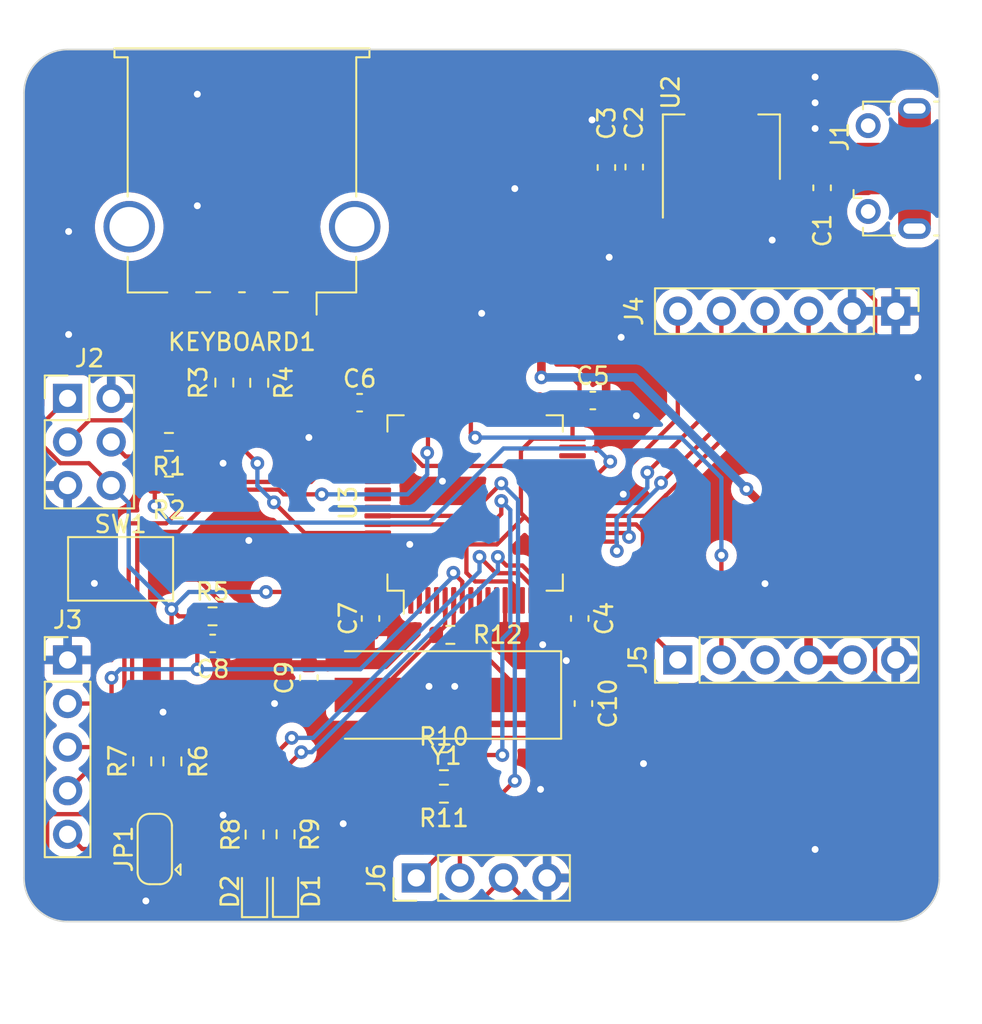
<source format=kicad_pcb>
(kicad_pcb (version 20221018) (generator pcbnew)
  (layers (0 "F.Cu" signal) (31 "B.Cu" signal) (34 "B.Paste" user) (35 "F.Paste" user) (36 "B.SilkS" user "B.Silkscreen") (37 "F.SilkS" user "F.Silkscreen") (38 "B.Mask" user) (39 "F.Mask" user) (44 "Edge.Cuts" user))
  (net 0 "")
  (net 1 "+5V")
  (net 2 "GND")
  (net 3 "+3.3V")
  (net 4 "RESET")
  (net 5 "Net-(D1-A)")
  (net 6 "Net-(D2-A)")
  (net 10 "Net-(J2-Pin_2)")
  (net 11 "Net-(J2-Pin_5)")
  (net 12 "SWCLK")
  (net 13 "SWDIO")
  (net 14 "Net-(J3-Pin_5)")
  (net 15 "MOSI")
  (net 16 "SCLK")
  (net 17 "SCN")
  (net 18 "INT")
  (net 19 "MISO")
  (net 20 "ETH_RST")
  (net 22 "SDA")
  (net 23 "SCL")
  (net 24 "Net-(KEYBOARD1-D-)")
  (net 25 "Net-(KEYBOARD1-D+)")
  (net 27 "BOOT0")
  (net 28 "BOOT1")
  (net 29 "PA12")
  (net 30 "PA11")
  (net 31 "LED1")
  (net 32 "LED2")
  (net 54 "OSIN")
  (net 55 "OSOUT")
  (footprint "Jumper:SolderJumper-3_P1.3mm_Bridged12_RoundedPad1.0x1.5mm" (layer "F.Cu") (at 33.02 71.975074 90)
    (fp_text reference "JP1")
    (fp_text value "SolderJumper_3_Bridged12")
  )
  (footprint "Capacitor_SMD:C_0603_1608Metric" (layer "F.Cu") (at 44.958 45.974 180)
    (fp_text reference "C6")
    (fp_text value "100n")
  )
  (footprint "Resistor_SMD:R_0603_1608Metric" (layer "F.Cu") (at 33.845 48.26 180)
    (fp_text reference "R1")
    (fp_text value "100k")
  )
  (footprint "Package_QFP:LQFP-64_10x10mm_P0.5mm" (layer "F.Cu") (at 51.689 51.816 90)
    (fp_text reference "U3")
    (fp_text value "STM32F107RBTx")
  )
  (footprint "Package_TO_SOT_SMD:SOT-223-3_TabPin2" (layer "F.Cu") (at 66.04 31.09 90)
    (fp_text reference "U2")
    (fp_text value "LM317_SOT-223-3.3V")
  )
  (footprint "Capacitor_SMD:C_0603_1608Metric" (layer "F.Cu") (at 71.908127 33.454415 90)
    (fp_text reference "C1")
    (fp_text value "C_Small")
  )
  (footprint "Connector_PinHeader_2.54mm:PinHeader_1x04_P2.54mm_Vertical" (layer "F.Cu") (at 48.26 73.66 90)
    (fp_text reference "J6")
    (fp_text value "Conn_01x04")
  )
  (footprint "Connector_USB:USB_Micro-B_Molex-105017-0001" (layer "F.Cu") (at 76.055134 32.332256 90)
    (fp_text reference "J1")
    (fp_text value "USB_A")
  )
  (footprint "Library:PinHeader_2x03_P2.54mm_Vertical_new" (layer "F.Cu") (at 27.94 45.72)
    (fp_text reference "J2")
    (fp_text value "BOOT")
  )
  (footprint "Capacitor_SMD:C_0603_1608Metric" (layer "F.Cu") (at 36.394105 60)
    (fp_text reference "C8")
    (fp_text value "1u")
  )
  (footprint "Resistor_SMD:R_0603_1608Metric" (layer "F.Cu") (at 50.243578 59.49943)
    (fp_text reference "R12")
    (fp_text value "1M")
  )
  (footprint "Resistor_SMD:R_0603_1608Metric" (layer "F.Cu") (at 49.868716 66.861938)
    (fp_text reference "R10")
    (fp_text value "10k")
  )
  (footprint "Connector_USB:USB_A_TE_292303-7_Horizontal" (layer "F.Cu") (at 38.1 33.02 180)
    (fp_text reference "KEYBOARD1")
    (fp_text value "USB_A")
  )
  (footprint "Connector_PinHeader_2.54mm:PinHeader_1x06_P2.54mm_Vertical" (layer "F.Cu") (at 63.5 60.96 90)
    (fp_text reference "J5")
    (fp_text value "USR_RIGHT")
  )
  (footprint "Resistor_SMD:R_0603_1608Metric" (layer "F.Cu") (at 33.845 50.8 180)
    (fp_text reference "R2")
    (fp_text value "100k")
  )
  (footprint "Resistor_SMD:R_0603_1608Metric" (layer "F.Cu") (at 36.385 58.42)
    (fp_text reference "R5")
    (fp_text value "10k")
  )
  (footprint "Connector_PinHeader_2.54mm:PinHeader_1x05_P2.54mm_Vertical" (layer "F.Cu") (at 27.94 60.96)
    (fp_text reference "J3")
    (fp_text value "SWD")
  )
  (footprint "Resistor_SMD:R_0603_1608Metric" (layer "F.Cu") (at 32.291392 66.870958 90)
    (fp_text reference "R7")
    (fp_text value "10k")
  )
  (footprint "Resistor_SMD:R_0603_1608Metric" (layer "F.Cu") (at 40.64 71.12 -90)
    (fp_text reference "R9")
    (fp_text value "10k")
  )
  (footprint "Resistor_SMD:R_0603_1608Metric" (layer "F.Cu") (at 39.105899 44.813192 -90)
    (fp_text reference "R4")
    (fp_text value "22")
  )
  (footprint "Connector_PinHeader_2.54mm:PinHeader_1x06_P2.54mm_Vertical" (layer "F.Cu") (at 76.2 40.64 -90)
    (fp_text reference "J4")
    (fp_text value "USR_LEFT")
  )
  (footprint "Capacitor_SMD:C_0603_1608Metric" (layer "F.Cu") (at 58.547 45.847)
    (fp_text reference "C5")
    (fp_text value "100n")
  )
  (footprint "Diode_SMD:D_0603_1608Metric" (layer "F.Cu") (at 40.64 74.4475 90)
    (fp_text reference "D1")
    (fp_text value "LED")
  )
  (footprint "Capacitor_SMD:C_0603_1608Metric" (layer "F.Cu") (at 60.96 32.245 -90)
    (fp_text reference "C2")
    (fp_text value "C_Small")
  )
  (footprint "Diode_SMD:D_0603_1608Metric" (layer "F.Cu") (at 38.836277 74.45922 90)
    (fp_text reference "D2")
    (fp_text value "LED")
  )
  (footprint "Capacitor_SMD:C_0603_1608Metric" (layer "F.Cu") (at 45.593 58.547 -90)
    (fp_text reference "C7")
    (fp_text value "100n")
  )
  (footprint "Capacitor_SMD:C_0603_1608Metric" (layer "F.Cu") (at 59.339563 32.270594 90)
    (fp_text reference "C3")
    (fp_text value "C_Small")
  )
  (footprint "Resistor_SMD:R_0603_1608Metric" (layer "F.Cu") (at 49.868716 68.749297 180)
    (fp_text reference "R11")
    (fp_text value "10k")
  )
  (footprint "Button_Switch_SMD:SW_SPST_CK_RS282G05A3" (layer "F.Cu") (at 31.027373 55.653666)
    (fp_text reference "SW1")
    (fp_text value "SW_Push")
  )
  (footprint "Crystal:Crystal_SMD_HC49-SD" (layer "F.Cu") (at 50 63 180)
    (fp_text reference "Y1")
    (fp_text value "Crystal")
  )
  (footprint "Capacitor_SMD:C_0603_1608Metric" (layer "F.Cu") (at 58 63.5 -90)
    (fp_text reference "C10")
    (fp_text value "20p")
  )
  (footprint "Capacitor_SMD:C_0603_1608Metric" (layer "F.Cu") (at 42 62 90)
    (fp_text reference "C9")
    (fp_text value "20p")
  )
  (footprint "Resistor_SMD:R_0603_1608Metric" (layer "F.Cu") (at 34.047099 66.872407 90)
    (fp_text reference "R6")
    (fp_text value "10k")
  )
  (footprint "Resistor_SMD:R_0603_1608Metric" (layer "F.Cu") (at 38.836277 71.13172 -90)
    (fp_text reference "R8")
    (fp_text value "10k")
  )
  (footprint "Resistor_SMD:R_0603_1608Metric" (layer "F.Cu") (at 37.073359 44.802822 -90)
    (fp_text reference "R3")
    (fp_text value "22")
  )
  (footprint "Capacitor_SMD:C_0603_1608Metric" (layer "F.Cu") (at 57.785 58.547 -90)
    (fp_text reference "C4")
    (fp_text value "100n")
  )
  (gr_arc (start 25.4 27.94) (mid 26.143949 26.143949) (end 27.94 25.4) (stroke (width 0.1)) (layer "Edge.Cuts"))
  (gr_arc (start 27.94 76.2) (mid 26.143949 75.456051) (end 25.4 73.66) (stroke (width 0.1)) (layer "Edge.Cuts"))
  (gr_line (start 25.4 27.94) (end 25.4 73.66) (stroke (width 0.1)) (layer "Edge.Cuts"))
  (gr_arc (start 78.74 73.66) (mid 77.996051 75.456051) (end 76.2 76.2) (stroke (width 0.1)) (layer "Edge.Cuts"))
  (gr_line (start 76.2 76.2) (end 27.94 76.2) (stroke (width 0.1)) (layer "Edge.Cuts"))
  (gr_line (start 27.94 25.4) (end 76.2 25.4) (stroke (width 0.1)) (layer "Edge.Cuts"))
  (gr_arc (start 76.2 25.4) (mid 77.996051 26.143949) (end 78.74 27.94) (stroke (width 0.1)) (layer "Edge.Cuts"))
  (gr_line (start 78.74 27.94) (end 78.74 73.66) (stroke (width 0.1)) (layer "Edge.Cuts"))
  (segment (start 71.908127 36.908127) (end 71.908127 34.229415) (width 0.25) (layer "F.Cu") (net 1))
  (segment (start 68.34 34.24) (end 69 33.58) (width 0.5) (layer "F.Cu") (net 1))
  (segment (start 68.34 34.24) (end 71.897542 34.24) (width 0.5) (layer "F.Cu") (net 1))
  (segment (start 75 63.5) (end 75 40) (width 0.25) (layer "F.Cu") (net 1))
  (segment (start 39.75 74.5) (end 39.73422 74.48422) (width 0.25) (layer "F.Cu") (net 1))
  (segment (start 53.34 73.66) (end 55.18 75.5) (width 0.25) (layer "F.Cu") (net 1))
  (segment (start 51.75 75.25) (end 43.5 75.25) (width 0.25) (layer "F.Cu") (net 1))
  (segment (start 74.592634 33.632256) (end 72.505286 33.632256) (width 0.5) (layer "F.Cu") (net 1))
  (segment (start 41.5 34.5) (end 41.6 34.6) (width 0.5) (layer "F.Cu") (net 1))
  (segment (start 75 40) (end 71.908127 36.908127) (width 0.25) (layer "F.Cu") (net 1))
  (segment (start 48 33) (end 43 33) (width 0.5) (layer "F.Cu") (net 1))
  (segment (start 35.25 72.305074) (end 33.62 70.675074) (width 0.25) (layer "F.Cu") (net 1))
  (segment (start 37.23422 74.48422) (end 35.25 72.5) (width 0.25) (layer "F.Cu") (net 1))
  (segment (start 39.7775 74.4725) (end 39.75 74.5) (width 0.25) (layer "F.Cu") (net 1))
  (segment (start 68 26) (end 55 26) (width 0.5) (layer "F.Cu") (net 1))
  (segment (start 42.7225 74.4725) (end 39.7775 74.4725) (width 0.25) (layer "F.Cu") (net 1))
  (segment (start 55.18 75.5) (end 63 75.5) (width 0.25) (layer "F.Cu") (net 1))
  (segment (start 69 27) (end 68 26) (width 0.5) (layer "F.Cu") (net 1))
  (segment (start 69 33.58) (end 69 27) (width 0.5) (layer "F.Cu") (net 1))
  (segment (start 33.62 70.675074) (end 33.02 70.675074) (width 0.25) (layer "F.Cu") (net 1))
  (segment (start 41.6 34.6) (end 41.6 39.4) (width 0.5) (layer "F.Cu") (net 1))
  (segment (start 43 33) (end 41.5 34.5) (width 0.5) (layer "F.Cu") (net 1))
  (segment (start 39.73422 74.48422) (end 37.23422 74.48422) (width 0.25) (layer "F.Cu") (net 1))
  (segment (start 53.34 73.66) (end 51.75 75.25) (width 0.25) (layer "F.Cu") (net 1))
  (segment (start 43.5 75.25) (end 42.7225 74.4725) (width 0.25) (layer "F.Cu") (net 1))
  (segment (start 63 75.5) (end 75 63.5) (width 0.25) (layer "F.Cu") (net 1))
  (segment (start 55 26) (end 48 33) (width 0.5) (layer "F.Cu") (net 1))
  (segment (start 72.505286 33.632256) (end 71.908127 34.229415) (width 0.5) (layer "F.Cu") (net 1))
  (segment (start 71.897542 34.24) (end 71.908127 34.229415) (width 0.5) (layer "F.Cu") (net 1))
  (segment (start 35.25 72.5) (end 35.25 72.305074) (width 0.25) (layer "F.Cu") (net 1))
  (segment (start 48.439 46.141) (end 48.439 47.573) (width 0.25) (layer "F.Cu") (net 2))
  (segment (start 56.007 58.801) (end 55.753 59.055) (width 0.25) (layer "F.Cu") (net 2))
  (segment (start 56.007 55.372) (end 56.007 58.801) (width 0.25) (layer "F.Cu") (net 2))
  (segment (start 53.439 59.662) (end 53.848 60.071) (width 0.25) (layer "F.Cu") (net 2))
  (segment (start 46.736 45.085) (end 46.863 44.958) (width 0.25) (layer "F.Cu") (net 2))
  (segment (start 74.592634 31.682256) (end 72.682256 31.682256) (width 0.5) (layer "F.Cu") (net 2))
  (segment (start 72.682256 31.682256) (end 72 31) (width 0.5) (layer "F.Cu") (net 2))
  (segment (start 46.863 44.958) (end 48.096685 44.958) (width 0.25) (layer "F.Cu") (net 2))
  (segment (start 46.014 55.066) (end 43.763 55.066) (width 0.25) (layer "F.Cu") (net 2))
  (segment (start 57.364 55.066) (end 56.313 55.066) (width 0.25) (layer "F.Cu") (net 2))
  (segment (start 56.313 55.066) (end 56.007 55.372) (width 0.25) (layer "F.Cu") (net 2))
  (segment (start 48.439 45.300315) (end 48.439 46.141) (width 0.25) (layer "F.Cu") (net 2))
  (segment (start 43.763 55.066) (end 43.561 54.864) (width 0.25) (layer "F.Cu") (net 2))
  (segment (start 48.439 47.573) (end 47.879 48.133) (width 0.25) (layer "F.Cu") (net 2))
  (segment (start 53.439 57.491) (end 53.439 59.662) (width 0.25) (layer "F.Cu") (net 2))
  (segment (start 48.096685 44.958) (end 48.439 45.300315) (width 0.25) (layer "F.Cu") (net 2))
  (via (at 40 63.5) (size 0.8) (drill 0.4) (layers "F.Cu" "B.Cu") (net 2))
  (via (at 28 36) (size 0.8) (drill 0.4) (layers "F.Cu" "B.Cu") (net 2))
  (via (at 42 48) (size 0.8) (drill 0.4) (layers "F.Cu" "B.Cu") (net 2))
  (via (at 77.5 44.5) (size 0.8) (drill 0.4) (layers "F.Cu" "B.Cu") (net 2))
  (via (at 49 62.5) (size 0.8) (drill 0.4) (layers "F.Cu" "B.Cu") (net 2))
  (via (at 57 61) (size 0.8) (drill 0.4) (layers "F.Cu" "B.Cu") (net 2))
  (via (at 71.5 72) (size 0.8) (drill 0.4) (layers "F.Cu" "B.Cu") (net 2))
  (via (at 52.07 40.767) (size 0.8) (drill 0.4) (layers "F.Cu" "B.Cu") (net 2))
  (via (at 61.087 46.736) (size 0.8) (drill 0.4) (layers "F.Cu" "B.Cu") (net 2))
  (via (at 58.5 29.5) (size 0.8) (drill 0.4) (layers "F.Cu" "B.Cu") (net 2))
  (via (at 44 70.5) (size 0.8) (drill 0.4) (layers "F.Cu" "B.Cu") (net 2))
  (via (at 71.5 30) (size 0.8) (drill 0.4) (layers "F.Cu" "B.Cu") (net 2))
  (via (at 55.626 60.071) (size 0.8) (drill 0.4) (layers "F.Cu" "B.Cu") (net 2))
  (via (at 69 36.5) (size 0.8) (drill 0.4) (layers "F.Cu" "B.Cu") (net 2))
  (via (at 37 49.5) (size 0.8) (drill 0.4) (layers "F.Cu" "B.Cu") (net 2))
  (via (at 61.5 67) (size 0.8) (drill 0.4) (layers "F.Cu" "B.Cu") (net 2))
  (via (at 55.5 68.5) (size 0.8) (drill 0.4) (layers "F.Cu" "B.Cu") (net 2))
  (via (at 60.320003 51.303003) (size 0.8) (drill 0.4) (layers "F.Cu" "B.Cu") (net 2))
  (via (at 60.198 42.164) (size 0.8) (drill 0.4) (layers "F.Cu" "B.Cu") (net 2))
  (via (at 59.5 37.5) (size 0.8) (drill 0.4) (layers "F.Cu" "B.Cu") (net 2))
  (via (at 54 33.5) (size 0.8) (drill 0.4) (layers "F.Cu" "B.Cu") (net 2))
  (via (at 29.5 56.5) (size 0.8) (drill 0.4) (layers "F.Cu" "B.Cu") (net 2))
  (via (at 47.879 54.229) (size 0.8) (drill 0.4) (layers "F.Cu" "B.Cu") (net 2))
  (via (at 71.5 27) (size 0.8) (drill 0.4) (layers "F.Cu" "B.Cu") (net 2))
  (via (at 71.5 28.5) (size 0.8) (drill 0.4) (layers "F.Cu" "B.Cu") (net 2))
  (via (at 32.5 75) (size 0.8) (drill 0.4) (layers "F.Cu" "B.Cu") (net 2))
  (via (at 50.5 62.5) (size 0.8) (drill 0.4) (layers "F.Cu" "B.Cu") (net 2))
  (via (at 37 70) (size 0.8) (drill 0.4) (layers "F.Cu" "B.Cu") (net 2))
  (via (at 49.784 50.546) (size 0.8) (drill 0.4) (layers "F.Cu" "B.Cu") (net 2))
  (via (at 28 42) (size 0.8) (drill 0.4) (layers "F.Cu" "B.Cu") (net 2))
  (via (at 35.5 34.5) (size 0.8) (drill 0.4) (layers "F.Cu" "B.Cu") (net 2))
  (via (at 33.5 64) (size 0.8) (drill 0.4) (layers "F.Cu" "B.Cu") (net 2))
  (via (at 38.5 54) (size 0.8) (drill 0.4) (layers "F.Cu" "B.Cu") (net 2))
  (via (at 35.5 28) (size 0.8) (drill 0.4) (layers "F.Cu" "B.Cu") (net 2))
  (via (at 68.58 56.515) (size 0.8) (drill 0.4) (layers "F.Cu" "B.Cu") (net 2))
  (segment (start 54.356 48.768) (end 55.058 48.066) (width 0.25) (layer "F.Cu") (net 3))
  (segment (start 45.874 57.491) (end 45.593 57.772) (width 0.25) (layer "F.Cu") (net 3))
  (segment (start 59.384406 33.045594) (end 60.96 31.47) (width 0.5) (layer "F.Cu") (net 3))
  (segment (start 54.356 49.657) (end 54.356 48.768) (width 0.25) (layer "F.Cu") (net 3))
  (segment (start 60.96 31.47) (end 62.51 31.47) (width 0.5) (layer "F.Cu") (net 3))
  (segment (start 55.54954 44.5) (end 55.54954 36.835617) (width 0.5) (layer "F.Cu") (net 3))
  (segment (start 30.48 50.8) (end 29.18 49.5) (width 0.25) (layer "F.Cu") (net 3))
  (segment (start 27.055 69.945) (end 30.305 69.945) (width 0.25) (layer "F.Cu") (net 3))
  (segment (start 50.405654 65.5) (end 56.5 65.5) (width 0.25) (layer "F.Cu") (net 3))
  (segment (start 59.5 59.487) (end 57.785 57.772) (width 0.25) (layer "F.Cu") (net 3))
  (segment (start 59.339563 33.045594) (end 59.384406 33.045594) (width 0.5) (layer "F.Cu") (net 3))
  (segment (start 71.12 54.62) (end 67.5 51) (width 0.5) (layer "F.Cu") (net 3))
  (segment (start 57 65) (end 57 64.022183) (width 0.25) (layer "F.Cu") (net 3))
  (segment (start 47.939 46.141) (end 47.429 46.651) (width 0.25) (layer "F.Cu") (net 3))
  (segment (start 26.75 72.25) (end 26.75 70.25) (width 0.25) (layer "F.Cu") (net 3))
  (segment (start 46.014 57.351) (end 45.593 57.772) (width 0.25) (layer "F.Cu") (net 3))
  (segment (start 45.9 46.141) (end 45.733 45.974) (width 0.25) (layer "F.Cu") (net 3))
  (segment (start 34.5 69) (end 36 67.5) (width 0.25) (layer "F.Cu") (net 3))
  (segment (start 55.54954 36.835617) (end 59.339563 33.045594) (width 0.5) (layer "F.Cu") (net 3))
  (segment (start 71.12 60.96) (end 71.12 54.62) (width 0.5) (layer "F.Cu") (net 3))
  (segment (start 52.959 54.229) (end 54.572657 52.615343) (width 0.25) (layer "F.Cu") (net 3))
  (segment (start 26.5 48.481701) (end 26.5 47.16) (width 0.25) (layer "F.Cu") (net 3))
  (segment (start 26.5 47.16) (end 27.94 45.72) (width 0.25) (layer "F.Cu") (net 3))
  (segment (start 57.364 48.066) (end 57.364 46.255) (width 0.25) (layer "F.Cu") (net 3))
  (segment (start 62.51 31.47) (end 66.04 27.94) (width 0.5) (layer "F.Cu") (net 3))
  (segment (start 54.572657 52.615343) (end 54.356 52.398685) (width 0.25) (layer "F.Cu") (net 3))
  (segment (start 58.358097 54.566) (end 57.364 54.566) (width 0.25) (layer "F.Cu") (net 3))
  (segment (start 57.327 44.5) (end 55.54954 44.5) (width 0.25) (layer "F.Cu") (net 3))
  (segment (start 47.429 48.454305) (end 48.631695 49.657) (width 0.25) (layer "F.Cu") (net 3))
  (segment (start 55.058 48.066) (end 57.364 48.066) (width 0.25) (layer "F.Cu") (net 3))
  (segment (start 45.593 57.772) (end 44.821 57) (width 0.25) (layer "F.Cu") (net 3))
  (segment (start 32.291392 67.958608) (end 32.291392 67.695958) (width 0.25) (layer "F.Cu") (net 3))
  (segment (start 27.775074 73.275074) (end 26.75 72.25) (width 0.25) (layer "F.Cu") (net 3))
  (segment (start 52.959 54.229) (end 51.181 54.229) (width 0.25) (layer "F.Cu") (net 3))
  (segment (start 58.547 54.754903) (end 58.358097 54.566) (width 0.25) (layer "F.Cu") (net 3))
  (segment (start 47.429 46.651) (end 47.429 48.454305) (width 0.25) (layer "F.Cu") (net 3))
  (segment (start 53.939 56.606) (end 53.721 56.388) (width 0.25) (layer "F.Cu") (net 3))
  (segment (start 47.939 46.141) (end 45.9 46.141) (width 0.25) (layer "F.Cu") (net 3))
  (segment (start 44.821 57) (end 39.5 57) (width 0.25) (layer "F.Cu") (net 3))
  (segment (start 49.276 54.229) (end 47.939 55.566) (width 0.25) (layer "F.Cu") (net 3))
  (segment (start 57 64.022183) (end 57.522183 63.5) (width 0.25) (layer "F.Cu") (net 3))
  (segment (start 58.547 57.01) (end 58.547 54.754903) (width 0.25) (layer "F.Cu") (net 3))
  (segment (start 54.356 52.398685) (end 54.356 49.657) (width 0.25) (layer "F.Cu") (net 3))
  (segment (start 34 62.5) (end 34 58) (width 0.25) (layer "F.Cu") (net 3))
  (segment (start 26.75 70.25) (end 27.055 69.945) (width 0.25) (layer "F.Cu") (net 3))
  (segment (start 57.772 45.847) (end 57.772 44.945) (width 0.25) (layer "F.Cu") (net 3))
  (segment (start 33.02 73.275074) (end 27.775074 73.275074) (width 0.25) (layer "F.Cu") (net 3))
  (segment (start 57.364 46.255) (end 57.772 45.847) (width 0.25) (layer "F.Cu") (net 3))
  (segment (start 57.364 54.566) (end 56.523315 54.566) (width 0.25) (layer "F.Cu") (net 3))
  (segment (start 49.043716 66.861938) (end 49.043716 68.749297) (width 0.25) (layer "F.Cu") (net 3))
  (segment (start 57.772 44.945) (end 57.327 44.5) (width 0.25) (layer "F.Cu") (net 3))
  (segment (start 58.477817 63.5) (end 59.5 62.477817) (width 0.25) (layer "F.Cu") (net 3))
  (segment (start 49.043716 66.861938) (end 50.405654 65.5) (width 0.25) (layer "F.Cu") (net 3))
  (segment (start 27.518299 49.5) (end 26.5 48.481701) (width 0.25) (layer "F.Cu") (net 3))
  (segment (start 36 67.5) (end 36 64.5) (width 0.25) (layer "F.Cu") (net 3))
  (segment (start 30.305 69.945) (end 32.291392 67.958608) (width 0.25) (layer "F.Cu") (net 3))
  (segment (start 35.56 58.42) (end 34.42 58.42) (width 0.25) (layer "F.Cu") (net 3))
  (segment (start 57.522183 63.5) (end 58.477817 63.5) (width 0.25) (layer "F.Cu") (net 3))
  (segment (start 57.785 57.772) (end 58.547 57.01) (width 0.25) (layer "F.Cu") (net 3))
  (segment (start 53.721 56.388) (end 51.689 56.388) (width 0.25) (layer "F.Cu") (net 3))
  (segment (start 53.939 57.491) (end 53.939 56.606) (width 0.25) (layer "F.Cu") (net 3))
  (segment (start 71.12 60.96) (end 73.66 60.96) (width 0.5) (layer "F.Cu") (net 3))
  (segment (start 66.04 34.24) (end 66.04 27.94) (width 0.5) (layer "F.Cu") (net 3))
  (segment (start 29.18 49.5) (end 27.518299 49.5) (width 0.25) (layer "F.Cu") (net 3))
  (segment (start 56.5 65.5) (end 57 65) (width 0.25) (layer "F.Cu") (net 3))
  (segment (start 36 64.5) (end 34 62.5) (width 0.25) (layer "F.Cu") (net 3))
  (segment (start 51.181 54.229) (end 49.276 54.229) (width 0.25) (layer "F.Cu") (net 3))
  (segment (start 47.939 55.566) (end 47.939 57.491) (width 0.25) (layer "F.Cu") (net 3))
  (segment (start 34.42 58.42) (end 34 58) (width 0.25) (layer "F.Cu") (net 3))
  (segment (start 46.014 55.566) (end 46.014 57.351) (width 0.25) (layer "F.Cu") (net 3))
  (segment (start 56.523315 54.566) (end 54.572657 52.615343) (width 0.25) (layer "F.Cu") (net 3))
  (segment (start 59.5 62.477817) (end 59.5 59.487) (width 0.25) (layer "F.Cu") (net 3))
  (segment (start 47.939 57.491) (end 45.874 57.491) (width 0.25) (layer "F.Cu") (net 3))
  (segment (start 51.181 55.88) (end 51.181 54.229) (width 0.25) (layer "F.Cu") (net 3))
  (segment (start 32.291392 67.695958) (end 33.595434 69) (width 0.25) (layer "F.Cu") (net 3))
  (segment (start 48.631695 49.657) (end 54.356 49.657) (width 0.25) (layer "F.Cu") (net 3))
  (segment (start 33.595434 69) (end 34.5 69) (width 0.25) (layer "F.Cu") (net 3))
  (segment (start 51.689 56.388) (end 51.181 55.88) (width 0.25) (layer "F.Cu") (net 3))
  (via (at 55.54954 44.5) (size 0.8) (drill 0.4) (layers "F.Cu" "B.Cu") (net 3))
  (via (at 67.5 51) (size 0.8) (drill 0.4) (layers "F.Cu" "B.Cu") (net 3))
  (via (at 34 58) (size 0.8) (drill 0.4) (layers "F.Cu" "B.Cu") (net 3))
  (via (at 39.5 57) (size 0.8) (drill 0.4) (layers "F.Cu" "B.Cu") (net 3))
  (segment (start 61 44.5) (end 55.54954 44.5) (width 0.5) (layer "B.Cu") (net 3))
  (segment (start 31.5 55.5) (end 31.5 51.82) (width 0.25) (layer "B.Cu") (net 3))
  (segment (start 67.5 51) (end 61 44.5) (width 0.5) (layer "B.Cu") (net 3))
  (segment (start 35 57) (end 34 58) (width 0.25) (layer "B.Cu") (net 3))
  (segment (start 34 58) (end 31.5 55.5) (width 0.25) (layer "B.Cu") (net 3))
  (segment (start 39.5 57) (end 35 57) (width 0.25) (layer "B.Cu") (net 3))
  (segment (start 31.5 51.82) (end 30.48 50.8) (width 0.25) (layer "B.Cu") (net 3))
  (segment (start 37.21 58.42) (end 37.499663 58.709663) (width 0.25) (layer "F.Cu") (net 4))
  (segment (start 35.5 60.119105) (end 35.619105 60) (width 0.25) (layer "F.Cu") (net 4))
  (segment (start 30.5 63) (end 30.5 62) (width 0.25) (layer "F.Cu") (net 4))
  (segment (start 35.619105 60) (end 35.63 60) (width 0.25) (layer "F.Cu") (net 4))
  (segment (start 35.5 61.5) (end 35.5 60.119105) (width 0.25) (layer "F.Cu") (net 4))
  (segment (start 37.21 58.42) (end 37.21 57.936293) (width 0.25) (layer "F.Cu") (net 4))
  (segment (start 35.63 60) (end 37.21 58.42) (width 0.25) (layer "F.Cu") (net 4))
  (segment (start 50.939 56.4) (end 50.939 57.491) (width 0.25) (layer "F.Cu") (net 4))
  (segment (start 50.419 55.88) (end 50.939 56.4) (width 0.25) (layer "F.Cu") (net 4))
  (segment (start 27.94 63.5) (end 30 63.5) (width 0.25) (layer "F.Cu") (net 4))
  (segment (start 30 63.5) (end 30.5 63) (width 0.25) (layer "F.Cu") (net 4))
  (segment (start 37.21 57.936293) (end 34.927373 55.653666) (width 0.25) (layer "F.Cu") (net 4))
  (via (at 35.5 61.5) (size 0.8) (drill 0.4) (layers "F.Cu" "B.Cu") (net 4))
  (via (at 50.419 55.88) (size 0.8) (drill 0.4) (layers "F.Cu" "B.Cu") (net 4))
  (via (at 30.5 62) (size 0.8) (drill 0.4) (layers "F.Cu" "B.Cu") (net 4))
  (segment (start 50.413043 56.086956) (end 50.413043 55.885957) (width 0.25) (layer "B.Cu") (net 4))
  (segment (start 50.413043 55.885957) (end 50.419 55.88) (width 0.25) (layer "B.Cu") (net 4))
  (segment (start 44.999999 61.5) (end 35.5 61.5) (width 0.25) (layer "B.Cu") (net 4))
  (segment (start 50.413043 56.086956) (end 44.999999 61.5) (width 0.25) (layer "B.Cu") (net 4))
  (segment (start 30.5 62) (end 31 61.5) (width 0.25) (layer "B.Cu") (net 4))
  (segment (start 31 61.5) (end 35.5 61.5) (width 0.25) (layer "B.Cu") (net 4))
  (segment (start 40.64 71.945) (end 40.64 73.66) (width 0.25) (layer "F.Cu") (net 5))
  (segment (start 38.836277 73.67172) (end 38.836277 71.95672) (width 0.25) (layer "F.Cu") (net 6))
  (segment (start 29.2 47) (end 31.76 47) (width 0.25) (layer "F.Cu") (net 10))
  (segment (start 31.76 47) (end 33.02 48.26) (width 0.25) (layer "F.Cu") (net 10))
  (segment (start 27.94 48.26) (end 29.2 47) (width 0.25) (layer "F.Cu") (net 10))
  (segment (start 31.33 49.11) (end 32.98 49.11) (width 0.25) (layer "F.Cu") (net 11))
  (segment (start 32.98 49.11) (end 34.67 50.8) (width 0.25) (layer "F.Cu") (net 11))
  (segment (start 30.48 48.26) (end 31.33 49.11) (width 0.25) (layer "F.Cu") (net 11))
  (segment (start 33.687462 53) (end 31.5 53) (width 0.25) (layer "F.Cu") (net 12))
  (segment (start 32.285434 66.04) (end 27.94 66.04) (width 0.25) (layer "F.Cu") (net 12))
  (segment (start 36.097462 50.59) (end 33.687462 53) (width 0.25) (layer "F.Cu") (net 12))
  (segment (start 31.25 58.25) (end 31.25 64.75) (width 0.25) (layer "F.Cu") (net 12))
  (segment (start 46.014 48.066) (end 44.644 48.066) (width 0.25) (layer "F.Cu") (net 12))
  (segment (start 32.245 65.745) (end 32.245 65.999566) (width 0.25) (layer "F.Cu") (net 12))
  (segment (start 32.245 65.999566) (end 32.291392 66.045958) (width 0.25) (layer "F.Cu") (net 12))
  (segment (start 31.5 58) (end 31.25 58.25) (width 0.25) (layer "F.Cu") (net 12))
  (segment (start 31.5 53) (end 31.5 58) (width 0.25) (layer "F.Cu") (net 12))
  (segment (start 32.291392 66.045958) (end 32.285434 66.04) (width 0.25) (layer "F.Cu") (net 12))
  (segment (start 42.12 50.59) (end 36.097462 50.59) (width 0.25) (layer "F.Cu") (net 12))
  (segment (start 44.644 48.066) (end 42.12 50.59) (width 0.25) (layer "F.Cu") (net 12))
  (segment (start 31.25 64.75) (end 32.245 65.745) (width 0.25) (layer "F.Cu") (net 12))
  (segment (start 31.7 58.5) (end 32 58.2) (width 0.25) (layer "F.Cu") (net 13))
  (segment (start 27.94 68.58) (end 29.52 67) (width 0.25) (layer "F.Cu") (net 13))
  (segment (start 32 58.2) (end 32 53.5) (width 0.25) (layer "F.Cu") (net 13))
  (segment (start 32.568198 65) (end 31.7 64.131802) (width 0.25) (layer "F.Cu") (net 13))
  (segment (start 30.25 67) (end 30.279042 66.970958) (width 0.25) (layer "F.Cu") (net 13))
  (segment (start 31.7 64.131802) (end 31.7 58.5) (width 0.25) (layer "F.Cu") (net 13))
  (segment (start 32.779042 66.970958) (end 32.875 66.875) (width 0.25) (layer "F.Cu") (net 13))
  (segment (start 33.697407 67.697407) (end 32.875 66.875) (width 0.25) (layer "F.Cu") (net 13))
  (segment (start 32 53.5) (end 34.386396 53.5) (width 0.25) (layer "F.Cu") (net 13))
  (segment (start 29.52 67) (end 30.25 67) (width 0.25) (layer "F.Cu") (net 13))
  (segment (start 40.25 51.04) (end 40.5245 51.3145) (width 0.25) (layer "F.Cu") (net 13))
  (segment (start 48.939 48.851) (end 48.939 46.141) (width 0.25) (layer "F.Cu") (net 13))
  (segment (start 36.846396 51.04) (end 40.25 51.04) (width 0.25) (layer "F.Cu") (net 13))
  (segment (start 32.75 65) (end 32.568198 65) (width 0.25) (layer "F.Cu") (net 13))
  (segment (start 33.247099 66.502901) (end 33.247099 65.497099) (width 0.25) (layer "F.Cu") (net 13))
  (segment (start 48.895 48.895) (end 48.939 48.851) (width 0.25) (layer "F.Cu") (net 13))
  (segment (start 34.386396 53.5) (end 36.846396 51.04) (width 0.25) (layer "F.Cu") (net 13))
  (segment (start 33.247099 65.497099) (end 32.75 65) (width 0.25) (layer "F.Cu") (net 13))
  (segment (start 30.279042 66.970958) (end 32.779042 66.970958) (width 0.25) (layer "F.Cu") (net 13))
  (segment (start 34.047099 67.697407) (end 33.697407 67.697407) (width 0.25) (layer "F.Cu") (net 13))
  (segment (start 32.875 66.875) (end 33.247099 66.502901) (width 0.25) (layer "F.Cu") (net 13))
  (segment (start 40.5245 51.3145) (end 42.75 51.3145) (width 0.25) (layer "F.Cu") (net 13))
  (via (at 48.895 48.895) (size 0.8) (drill 0.4) (layers "F.Cu" "B.Cu") (net 13))
  (via (at 42.75 51.3145) (size 0.8) (drill 0.4) (layers "F.Cu" "B.Cu") (net 13))
  (segment (start 48.514 50.546) (end 48.895 50.165) (width 0.25) (layer "B.Cu") (net 13))
  (segment (start 47.7455 51.3145) (end 48.514 50.546) (width 0.25) (layer "B.Cu") (net 13))
  (segment (start 48.895 50.165) (end 48.895 48.895) (width 0.25) (layer "B.Cu") (net 13))
  (segment (start 42.75 51.3145) (end 47.7455 51.3145) (width 0.25) (layer "B.Cu") (net 13))
  (segment (start 28.795074 71.975074) (end 27.94 71.12) (width 0.25) (layer "F.Cu") (net 14))
  (segment (start 33.02 71.975074) (end 28.795074 71.975074) (width 0.25) (layer "F.Cu") (net 14))
  (segment (start 62.810298 51.362702) (end 62.821907 51.362702) (width 0.25) (layer "F.Cu") (net 15))
  (segment (start 61.607 52.566) (end 62.810298 51.362702) (width 0.25) (layer "F.Cu") (net 15))
  (segment (start 57.364 52.566) (end 61.607 52.566) (width 0.25) (layer "F.Cu") (net 15))
  (segment (start 71.12 43.064609) (end 71.12 40.64) (width 0.25) (layer "F.Cu") (net 15))
  (segment (start 62.821907 51.362702) (end 71.12 43.064609) (width 0.25) (layer "F.Cu") (net 15))
  (segment (start 60.656951 53.7905) (end 60.432451 53.566) (width 0.25) (layer "F.Cu") (net 16))
  (segment (start 68.58 44.577) (end 68.58 40.64) (width 0.25) (layer "F.Cu") (net 16))
  (segment (start 62.521602 50.637702) (end 62.521602 50.635398) (width 0.25) (layer "F.Cu") (net 16))
  (segment (start 62.521602 50.635398) (end 68.58 44.577) (width 0.25) (layer "F.Cu") (net 16))
  (segment (start 60.432451 53.566) (end 57.364 53.566) (width 0.25) (layer "F.Cu") (net 16))
  (via (at 60.656951 53.7905) (size 0.8) (drill 0.4) (layers "F.Cu" "B.Cu") (net 16))
  (via (at 62.521602 50.637702) (size 0.8) (drill 0.4) (layers "F.Cu" "B.Cu") (net 16))
  (segment (start 60.656951 52.627049) (end 60.656951 53.7905) (width 0.25) (layer "B.Cu") (net 16))
  (segment (start 62.521602 50.637702) (end 62.521602 50.762398) (width 0.25) (layer "B.Cu") (net 16))
  (segment (start 62.521602 50.762398) (end 60.656951 52.627049) (width 0.25) (layer "B.Cu") (net 16))
  (segment (start 59.907146 54.066) (end 57.364 54.066) (width 0.25) (layer "F.Cu") (net 17))
  (segment (start 61.722 50.038) (end 66.04 45.72) (width 0.25) (layer "F.Cu") (net 17))
  (segment (start 59.944 54.61) (end 59.944 54.102854) (width 0.25) (layer "F.Cu") (net 17))
  (segment (start 59.944 54.102854) (end 59.907146 54.066) (width 0.25) (layer "F.Cu") (net 17))
  (segment (start 66.04 45.72) (end 66.04 40.64) (width 0.25) (layer "F.Cu") (net 17))
  (via (at 61.722 50.038) (size 0.8) (drill 0.4) (layers "F.Cu" "B.Cu") (net 17))
  (via (at 59.944 54.61) (size 0.8) (drill 0.4) (layers "F.Cu" "B.Cu") (net 17))
  (segment (start 59.944 54.102854) (end 59.931951 54.090805) (width 0.25) (layer "B.Cu") (net 17))
  (segment (start 59.944 54.61) (end 59.944 54.102854) (width 0.25) (layer "B.Cu") (net 17))
  (segment (start 61.722 50.925604) (end 61.722 50.038) (width 0.25) (layer "B.Cu") (net 17))
  (segment (start 59.931951 54.090805) (end 59.931951 52.715653) (width 0.25) (layer "B.Cu") (net 17))
  (segment (start 59.931951 52.715653) (end 61.722 50.925604) (width 0.25) (layer "B.Cu") (net 17))
  (segment (start 59.297 51.066) (end 63.5 46.863) (width 0.25) (layer "F.Cu") (net 18))
  (segment (start 57.364 51.066) (end 59.297 51.066) (width 0.25) (layer "F.Cu") (net 18))
  (segment (start 63.5 46.863) (end 63.5 40.64) (width 0.25) (layer "F.Cu") (net 18))
  (segment (start 57.364 53.066) (end 61.067 53.066) (width 0.25) (layer "F.Cu") (net 19))
  (segment (start 61.067 53.066) (end 61.468 53.467) (width 0.25) (layer "F.Cu") (net 19))
  (segment (start 61.468 53.467) (end 61.468 58.928) (width 0.25) (layer "F.Cu") (net 19))
  (segment (start 61.468 58.928) (end 63.5 60.96) (width 0.25) (layer "F.Cu") (net 19))
  (segment (start 51.439 47.756) (end 51.689 48.006) (width 0.25) (layer "F.Cu") (net 20))
  (segment (start 66.04 54.864) (end 66.04 60.96) (width 0.25) (layer "F.Cu") (net 20))
  (segment (start 51.439 46.141) (end 51.439 47.756) (width 0.25) (layer "F.Cu") (net 20))
  (via (at 51.689 48.006) (size 0.8) (drill 0.4) (layers "F.Cu" "B.Cu") (net 20))
  (via (at 66.04 54.864) (size 0.8) (drill 0.4) (layers "F.Cu" "B.Cu") (net 20))
  (segment (start 66.04 54.864) (end 66.04 50.353172) (width 0.25) (layer "B.Cu") (net 20))
  (segment (start 66.04 50.353172) (end 63.692828 48.006) (width 0.25) (layer "B.Cu") (net 20))
  (segment (start 63.692828 48.006) (end 51.689 48.006) (width 0.25) (layer "B.Cu") (net 20))
  (segment (start 53.213 52.451) (end 52.598 53.066) (width 0.25) (layer "F.Cu") (net 22))
  (segment (start 52.598 53.066) (end 46.014 53.066) (width 0.25) (layer "F.Cu") (net 22))
  (segment (start 51.055654 66.5) (end 50.693716 66.861938) (width 0.25) (layer "F.Cu") (net 22))
  (segment (start 53.213 51.697598) (end 53.213 52.451) (width 0.25) (layer "F.Cu") (net 22))
  (segment (start 53.2755 66.5) (end 51.055654 66.5) (width 0.25) (layer "F.Cu") (net 22))
  (segment (start 49.768716 67.786938) (end 49.768716 72.151284) (width 0.25) (layer "F.Cu") (net 22))
  (segment (start 49.768716 72.151284) (end 48.26 73.66) (width 0.25) (layer "F.Cu") (net 22))
  (segment (start 50.693716 66.861938) (end 49.768716 67.786938) (width 0.25) (layer "F.Cu") (net 22))
  (via (at 53.2755 66.5) (size 0.8) (drill 0.4) (layers "F.Cu" "B.Cu") (net 22))
  (via (at 53.213 51.697598) (size 0.8) (drill 0.4) (layers "F.Cu" "B.Cu") (net 22))
  (segment (start 53.737299 54.864) (end 53.737299 52.221897) (width 0.25) (layer "B.Cu") (net 22))
  (segment (start 53.737299 52.221897) (end 53.213 51.697598) (width 0.25) (layer "B.Cu") (net 22))
  (segment (start 53.2755 59.7245) (end 53.2755 66.5) (width 0.25) (layer "B.Cu") (net 22))
  (segment (start 53.737299 59.262701) (end 53.2755 59.7245) (width 0.25) (layer "B.Cu") (net 22))
  (segment (start 53.737299 59.262701) (end 53.737299 54.864) (width 0.25) (layer "B.Cu") (net 22))
  (segment (start 53.213 50.673) (end 51.32 52.566) (width 0.25) (layer "F.Cu") (net 23))
  (segment (start 54 68) (end 53.250703 68.749297) (width 0.25) (layer "F.Cu") (net 23))
  (segment (start 50.8 68.855581) (end 50.693716 68.749297) (width 0.25) (layer "F.Cu") (net 23))
  (segment (start 51.32 52.566) (end 46.014 52.566) (width 0.25) (layer "F.Cu") (net 23))
  (segment (start 50.8 73.66) (end 50.8 68.855581) (width 0.25) (layer "F.Cu") (net 23))
  (segment (start 53.250703 68.749297) (end 50.693716 68.749297) (width 0.25) (layer "F.Cu") (net 23))
  (via (at 53.213 50.673) (size 0.8) (drill 0.4) (layers "F.Cu" "B.Cu") (net 23))
  (via (at 54 68) (size 0.8) (drill 0.4) (layers "F.Cu" "B.Cu") (net 23))
  (segment (start 54.187299 59.449097) (end 54 59.636396) (width 0.25) (layer "B.Cu") (net 23))
  (segment (start 54.187299 51.647299) (end 53.213 50.673) (width 0.25) (layer "B.Cu") (net 23))
  (segment (start 54.187299 54.550903) (end 54.187299 51.647299) (width 0.25) (layer "B.Cu") (net 23))
  (segment (start 54 59.636396) (end 54 68) (width 0.25) (layer "B.Cu") (net 23))
  (segment (start 54.187299 54.550903) (end 54.187299 59.449097) (width 0.25) (layer "B.Cu") (net 23))
  (segment (start 39.1 43.982293) (end 39.1 39.4) (width 0.25) (layer "F.Cu") (net 24))
  (segment (start 39.105899 43.988192) (end 39.1 43.982293) (width 0.25) (layer "F.Cu") (net 24))
  (segment (start 37.073359 43.977822) (end 37.1 43.951181) (width 0.25) (layer "F.Cu") (net 25))
  (segment (start 37.1 43.951181) (end 37.1 39.4) (width 0.25) (layer "F.Cu") (net 25))
  (segment (start 37.76 48.26) (end 39 49.5) (width 0.25) (layer "F.Cu") (net 27))
  (segment (start 46.014 53.566) (end 41.752064 53.566) (width 0.25) (layer "F.Cu") (net 27))
  (segment (start 41.752064 53.566) (end 39.961564 51.7755) (width 0.25) (layer "F.Cu") (net 27))
  (segment (start 34.67 48.26) (end 37.76 48.26) (width 0.25) (layer "F.Cu") (net 27))
  (via (at 39.961564 51.7755) (size 0.8) (drill 0.4) (layers "F.Cu" "B.Cu") (net 27))
  (via (at 39 49.5) (size 0.8) (drill 0.4) (layers "F.Cu" "B.Cu") (net 27))
  (segment (start 39 49.5) (end 39 50.813936) (width 0.25) (layer "B.Cu") (net 27))
  (segment (start 39 50.813936) (end 39.961564 51.7755) (width 0.25) (layer "B.Cu") (net 27))
  (segment (start 33.02 50.8) (end 33.02 51.98) (width 0.25) (layer "F.Cu") (net 28))
  (segment (start 57.364 50.066) (end 56.794 50.066) (width 0.25) (layer "F.Cu") (net 28))
  (segment (start 33.02 51.98) (end 33 52) (width 0.25) (layer "F.Cu") (net 28))
  (segment (start 57.364 50.066) (end 58.9 50.066) (width 0.25) (layer "F.Cu") (net 28))
  (segment (start 58.9 50.066) (end 59.563 49.403) (width 0.25) (layer "F.Cu") (net 28))
  (segment (start 56.794 50.066) (end 56.769 50.041) (width 0.25) (layer "F.Cu") (net 28))
  (via (at 33 52) (size 0.8) (drill 0.4) (layers "F.Cu" "B.Cu") (net 28))
  (via (at 59.563 49.403) (size 0.8) (drill 0.4) (layers "F.Cu" "B.Cu") (net 28))
  (segment (start 33.959 52.959) (end 33 52) (width 0.25) (layer "B.Cu") (net 28))
  (segment (start 53.34 48.641) (end 49.022 52.959) (width 0.25) (layer "B.Cu") (net 28))
  (segment (start 49.022 52.959) (end 33.959 52.959) (width 0.25) (layer "B.Cu") (net 28))
  (segment (start 58.801 48.641) (end 53.34 48.641) (width 0.25) (layer "B.Cu") (net 28))
  (segment (start 59.563 49.403) (end 58.801 48.641) (width 0.25) (layer "B.Cu") (net 28))
  (segment (start 37.808729 46.363192) (end 37.073359 45.627822) (width 0.25) (layer "F.Cu") (net 29))
  (segment (start 49.439 44.995396) (end 48.454604 44.011) (width 0.25) (layer "F.Cu") (net 29))
  (segment (start 39.869808 46.363192) (end 37.808729 46.363192) (width 0.25) (layer "F.Cu") (net 29))
  (segment (start 42.222 44.011) (end 39.869808 46.363192) (width 0.25) (layer "F.Cu") (net 29))
  (segment (start 48.454604 44.011) (end 42.222 44.011) (width 0.25) (layer "F.Cu") (net 29))
  (segment (start 49.439 46.141) (end 49.439 44.995396) (width 0.25) (layer "F.Cu") (net 29))
  (segment (start 45.553005 43.475005) (end 45.608662 43.3984) (width 0.25) (layer "F.Cu") (net 30))
  (segment (start 45.639 43.261) (end 45.639 42.861) (width 0.25) (layer "F.Cu") (net 30))
  (segment (start 46.153005 42.646995) (end 46.208662 42.7236) (width 0.25) (layer "F.Cu") (net 30))
  (segment (start 45.637923 43.308345) (end 45.639 43.261) (width 0.25) (layer "F.Cu") (net 30))
  (segment (start 46.491655 43.559923) (end 46.539 43.561) (width 0.25) (layer "F.Cu") (net 30))
  (segment (start 46.239 42.861) (end 46.239 43.261) (width 0.25) (layer "F.Cu") (net 30))
  (segment (start 48.641 43.561) (end 49.939 44.859) (width 0.25) (layer "F.Cu") (net 30))
  (segment (start 46.324995 43.475005) (end 46.4016 43.530662) (width 0.25) (layer "F.Cu") (net 30))
  (segment (start 45.724995 42.646995) (end 45.8016 42.591338) (width 0.25) (layer "F.Cu") (net 30))
  (segment (start 46.539 43.561) (end 48.641 43.561) (width 0.25) (layer "F.Cu") (net 30))
  (segment (start 39.105899 45.638192) (end 39.958412 45.638192) (width 0.25) (layer "F.Cu") (net 30))
  (segment (start 49.939 44.859) (end 49.939 46.141) (width 0.25) (layer "F.Cu") (net 30))
  (segment (start 45.639 42.861) (end 45.640077 42.813655) (width 0.25) (layer "F.Cu") (net 30))
  (segment (start 45.891655 42.562077) (end 45.939 42.561) (width 0.25) (layer "F.Cu") (net 30))
  (segment (start 45.986345 42.562077) (end 46.0764 42.591338) (width 0.25) (layer "F.Cu") (net 30))
  (segment (start 45.8016 42.591338) (end 45.891655 42.562077) (width 0.25) (layer "F.Cu") (net 30))
  (segment (start 46.240077 43.308345) (end 46.269338 43.3984) (width 0.25) (layer "F.Cu") (net 30))
  (segment (start 45.640077 42.813655) (end 45.669338 42.7236) (width 0.25) (layer "F.Cu") (net 30))
  (segment (start 45.386345 43.559923) (end 45.4764 43.530662) (width 0.25) (layer "F.Cu") (net 30))
  (segment (start 42.035604 43.561) (end 45.339 43.561) (width 0.25) (layer "F.Cu") (net 30))
  (segment (start 39.958412 45.638192) (end 42.035604 43.561) (width 0.25) (layer "F.Cu") (net 30))
  (segment (start 46.4016 43.530662) (end 46.491655 43.559923) (width 0.25) (layer "F.Cu") (net 30))
  (segment (start 46.237923 42.813655) (end 46.239 42.861) (width 0.25) (layer "F.Cu") (net 30))
  (segment (start 45.669338 42.7236) (end 45.724995 42.646995) (width 0.25) (layer "F.Cu") (net 30))
  (segment (start 45.939 42.561) (end 45.986345 42.562077) (width 0.25) (layer "F.Cu") (net 30))
  (segment (start 46.269338 43.3984) (end 46.324995 43.475005) (width 0.25) (layer "F.Cu") (net 30))
  (segment (start 45.608662 43.3984) (end 45.637923 43.308345) (width 0.25) (layer "F.Cu") (net 30))
  (segment (start 46.0764 42.591338) (end 46.153005 42.646995) (width 0.25) (layer "F.Cu") (net 30))
  (segment (start 45.339 43.561) (end 45.386345 43.559923) (width 0.25) (layer "F.Cu") (net 30))
  (segment (start 46.208662 42.7236) (end 46.237923 42.813655) (width 0.25) (layer "F.Cu") (net 30))
  (segment (start 46.239 43.261) (end 46.240077 43.308345) (width 0.25) (layer "F.Cu") (net 30))
  (segment (start 45.4764 43.530662) (end 45.553005 43.475005) (width 0.25) (layer "F.Cu") (net 30))
  (segment (start 54.939 56.59) (end 54.257347 55.908347) (width 0.25) (layer "F.Cu") (net 31))
  (segment (start 54.257347 55.908347) (end 52.897847 55.908347) (width 0.25) (layer "F.Cu") (net 31))
  (segment (start 41 65.5) (end 38.836277 67.663723) (width 0.25) (layer "F.Cu") (net 31))
  (segment (start 38.836277 67.663723) (end 38.836277 70.30672) (width 0.25) (layer "F.Cu") (net 31))
  (segment (start 54.939 57.491) (end 54.939 56.59) (width 0.25) (layer "F.Cu") (net 31))
  (segment (start 52.897847 55.908347) (end 51.943 54.9535) (width 0.25) (layer "F.Cu") (net 31))
  (via (at 51.943 54.9535) (size 0.8) (drill 0.4) (layers "F.Cu" "B.Cu") (net 31))
  (via (at 41 65.5) (size 0.8) (drill 0.4) (layers "F.Cu" "B.Cu") (net 31))
  (segment (start 42.25 65.5) (end 41 65.5) (width 0.25) (layer "B.Cu") (net 31))
  (segment (start 51.943 54.9535) (end 51.943 55.807) (width 0.25) (layer "B.Cu") (net 31))
  (segment (start 51.943 55.807) (end 42.25 65.5) (width 0.25) (layer "B.Cu") (net 31))
  (segment (start 40.64 67.246061) (end 41.554424 66.331637) (width 0.25) (layer "F.Cu") (net 32))
  (segment (start 54.443743 55.458347) (end 53.51128 55.458347) (width 0.25) (layer "F.Cu") (net 32))
  (segment (start 53.51128 55.458347) (end 53.012799 54.959866) (width 0.25) (layer "F.Cu") (net 32))
  (segment (start 55.439 57.491) (end 55.439 56.453604) (width 0.25) (layer "F.Cu") (net 32))
  (segment (start 40.64 70.295) (end 40.64 67.246061) (width 0.25) (layer "F.Cu") (net 32))
  (segment (start 55.439 56.453604) (end 54.443743 55.458347) (width 0.25) (layer "F.Cu") (net 32))
  (via (at 53.012799 54.959866) (size 0.8) (drill 0.4) (layers "F.Cu" "B.Cu") (net 32))
  (via (at 41.554424 66.331637) (size 0.8) (drill 0.4) (layers "F.Cu" "B.Cu") (net 32))
  (segment (start 53.012799 55.762506) (end 51.525305 57.25) (width 0.25) (layer "B.Cu") (net 32))
  (segment (start 51.25 57.25) (end 42.168363 66.331637) (width 0.25) (layer "B.Cu") (net 32))
  (segment (start 53.012799 54.959866) (end 53.012799 55.762506) (width 0.25) (layer "B.Cu") (net 32))
  (segment (start 42.168363 66.331637) (end 41.554424 66.331637) (width 0.25) (layer "B.Cu") (net 32))
  (segment (start 51.525305 57.25) (end 51.25 57.25) (width 0.25) (layer "B.Cu") (net 32))
  (segment (start 49.939 58.979008) (end 49.939 57.491) (width 0.25) (layer "F.Cu") (net 54))
  (segment (start 42.225 63) (end 45.75 63) (width 0.25) (layer "F.Cu") (net 54))
  (segment (start 42 62.775) (end 42.225 63) (width 0.25) (layer "F.Cu") (net 54))
  (segment (start 45.918008 63) (end 49.418578 59.49943) (width 0.25) (layer "F.Cu") (net 54))
  (segment (start 45.75 63) (end 45.918008 63) (width 0.25) (layer "F.Cu") (net 54))
  (segment (start 49.418578 59.49943) (end 49.939 58.979008) (width 0.25) (layer "F.Cu") (net 54))
  (segment (start 54.25 62.680852) (end 51.068578 59.49943) (width 0.25) (layer "F.Cu") (net 55))
  (segment (start 54.25 63) (end 54.25 62.680852) (width 0.25) (layer "F.Cu") (net 55))
  (segment (start 51.068578 59.49943) (end 50.439 58.869852) (width 0.25) (layer "F.Cu") (net 55))
  (segment (start 58 62.725) (end 57.725 63) (width 0.25) (layer "F.Cu") (net 55))
  (segment (start 50.439 58.869852) (end 50.439 57.491) (width 0.25) (layer "F.Cu") (net 55))
  (segment (start 57.725 63) (end 54.25 63) (width 0.25) (layer "F.Cu") (net 55))
  (zone (net 2) (net_name "GND") (layers "F&B.Cu") (connect_pads (clearance 0.5)) (min_thickness 0.25) (fill yes (thermal_gap 0.5) (thermal_bridge_width 0.5))
    (polygon (pts (xy 24 24.5) (xy 80 24.5) (xy 80 76.5) (xy 24 76.5)))
  )
)
</source>
